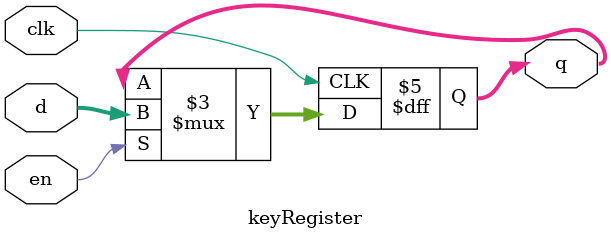
<source format=v>

module keyRegister
               (input                  clk, en,
                input      [7:0] d,
                output reg [7:0] q);

   always @(posedge clk)begin
 
	if (en)
	q <= d;
	else
	q <= q;
	end
	endmodule
	
</source>
